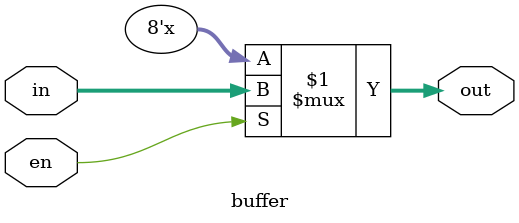
<source format=v>
`timescale 1ns/1ps
module buffer #(parameter N=8) (
    input wire en,
    input wire [N-1:0] in,
    output wire [N-1:0] out
);
    assign out = en ? in : {N{1'bz}};
endmodule

</source>
